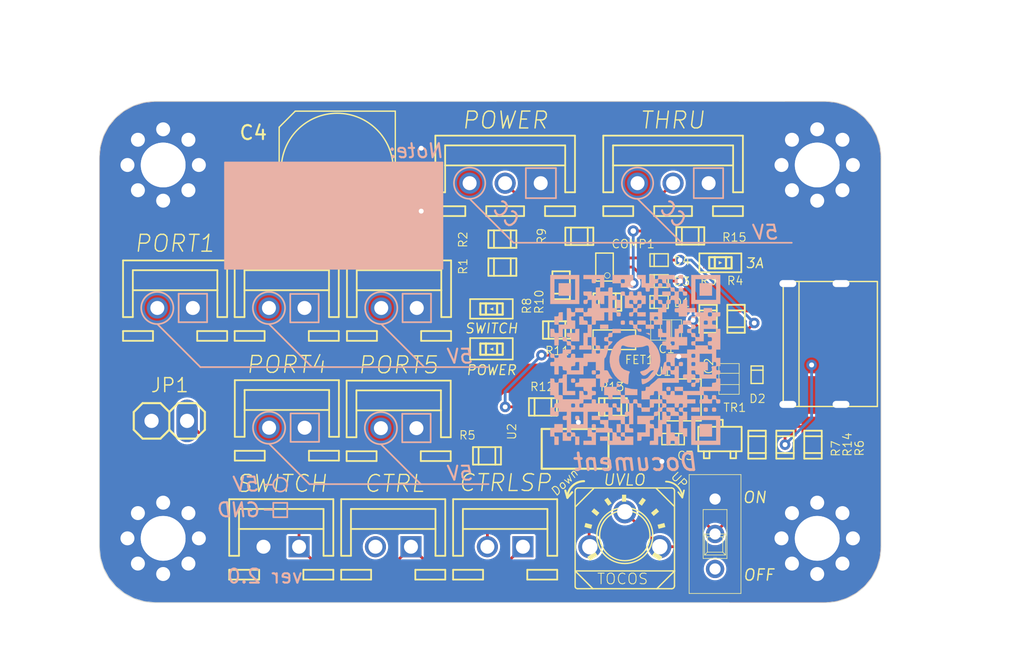
<source format=kicad_pcb>
(kicad_pcb (version 20171130) (host pcbnew "(5.1.10)-1")
  (layers (0 Top signal) (31 Bottom signal) (34 B.Paste user) (35 F.Paste user) (36 B.SilkS user) (37 F.SilkS user) (38 B.Mask user) (39 F.Mask user) (44 Edge.Cuts user))
  (net 0 "")
  (net 1 VCC)
  (net 2 GND)
  (net 3 CC1)
  (net 4 CC2)
  (net 5 SWITCH)
  (net 6 VCC_P)
  (net 7 ILIM)
  (net 8 CC)
  (net 9 "Net-(SW1-PadL)")
  (net 10 "Net-(R2-PadLEFT)")
  (net 11 "Net-(R5-PadLEFT)")
  (net 12 "Net-(R6-PadLEFT)")
  (net 13 "Net-(R7-PadRIGHT)")
  (net 14 "Net-(C3-PadL)")
  (net 15 "Net-(U1-PadEFET)")
  (net 16 "Net-(COMP1-PadIN-)")
  (net 17 "Net-(COMP1-PadOUT)")
  (net 18 "Net-(FET1-PadG)")
  (net 19 "Net-(FET1-PadD)")
  (net 20 "Net-(CTRL1-Pad2)")
  (net 21 "Net-(CTRL_I1-Pad1)")
  (net 22 "Net-(CTRL_I1-Pad2)")
  (net 23 "Net-(POW1-PadA)")
  (module USB_JST-XH_Converter:3,2 (layer Top) (at 171.8711 118.3286)
    (fp_text reference H4 hide)
    (fp_text value "MOUNT-HOLE3.2(NORESIST)" hide)
    (pad P$1 thru_hole circle (at 0 0) (size 7.0104 7.0104) (drill 3.1968) (layers *.Cu *.Mask) (net 2 GND))
    (pad "" np_thru_hole circle (at 0 0) (size 3.2 3.2) (drill 3.2) (layers *.Cu *.Mask))
  )
  (module USB_JST-XH_Converter:SML-E12V8WT86 (layer Top) (at 165.7789 98.6214 90)
    (fp_text reference SW2 hide)
    (fp_text value SML-E12V8WT86 hide)
    (pad K smd rect (at 0 0 90) (size 0.8 0.8) (layers Top F.Paste F.Mask) (net 2 GND))
    (pad A smd rect (at 0 -1.65 90) (size 0.8 0.8) (layers Top F.Paste F.Mask))
  )
  (module USB_JST-XH_Converter:RG2012 (layer Top) (at 161.5 96.7)
    (fp_text reference R10 hide)
    (fp_text value 10 hide)
    (pad LEFT smd rect (at 0 0) (size 1.4 1.65) (layers Top F.Paste F.Mask) (net 17 "Net-(COMP1-PadOUT)"))
    (pad RIGHT smd rect (at 2.6 0) (size 1.4 1.65) (layers Top F.Paste F.Mask))
  )
  (module USB_JST-XH_Converter:GitHub (layer Bottom) (at 158.85 105.59 180)
    (fp_text reference G*** hide)
    (fp_text value LOGO hide)
  )
  (module USB_JST-XH_Converter:3,2 (layer Top) (at 125.1311 91.6286)
    (fp_text reference H1 hide)
    (fp_text value "MOUNT-HOLE3.2(NORESIST)" hide)
    (pad P$1 thru_hole circle (at 0 0) (size 7.0104 7.0104) (drill 3.1968) (layers *.Cu *.Mask) (net 2 GND))
    (pad "" np_thru_hole circle (at 0 0) (size 3.2 3.2) (drill 3.2) (layers *.Cu *.Mask))
  )
  (module USB_JST-XH_Converter:UJC-HP-3-SMT-TR (layer Top) (at 173.5711 104.4286 90)
    (fp_text reference USB1 hide)
    (fp_text value UJC-HP-3-SMT-TR hide)
    (pad A9 smd rect (at 1.52 -3.8 180) (size 1.15 0.8) (layers Top F.Paste F.Mask) (net 6 VCC_P))
    (pad B5 smd rect (at 0.5 -3.8 180) (size 1.15 0.7) (layers Top F.Paste F.Mask) (net 4 CC2))
    (pad A5 smd rect (at -0.5 -3.8 180) (size 1.15 0.7) (layers Top F.Paste F.Mask) (net 3 CC1))
    (pad B9 smd rect (at -1.52 -3.8 180) (size 1.15 0.8) (layers Top F.Paste F.Mask) (net 6 VCC_P))
    (pad A12 smd rect (at 2.75 -3.8 180) (size 1.15 0.9) (layers Top F.Paste F.Mask) (net 2 GND))
    (pad B12 smd rect (at -2.75 -3.8 180) (size 1.15 0.9) (layers Top F.Paste F.Mask) (net 2 GND))
    (pad SHIELD1 thru_hole oval (at -4.32 -3.8 90) (size 1 1.7) (drill oval 0.5 1.2) (layers *.Cu *.Mask) (net 2 GND))
    (pad SHIELD3 thru_hole oval (at -4.32 0 90) (size 1 1.7) (drill oval 0.5 1.2) (layers *.Cu *.Mask) (net 2 GND))
    (pad SHIELD4 thru_hole oval (at 4.32 0 90) (size 1 1.7) (drill oval 0.5 1.2) (layers *.Cu *.Mask) (net 2 GND))
    (pad SHIELD2 thru_hole oval (at 4.32 -3.8 90) (size 1 1.7) (drill oval 0.5 1.2) (layers *.Cu *.Mask) (net 2 GND))
  )
  (module USB_JST-XH_Converter:B2B-XH (layer Top) (at 125.984 101.854)
    (fp_text reference PORT1 (at -2.97 -3.91) (layer F.SilkS) (effects (font (size 1.2065 1.2065) (thickness 0.09652) italic) (justify left bottom)))
    (fp_text value 02-JST hide)
    (pad 1 thru_hole rect (at 1.27 0) (size 1.508 1.508) (drill 1) (layers *.Cu *.Mask) (net 2 GND))
    (pad 2 thru_hole circle (at -1.27 0) (size 1.508 1.508) (drill 1) (layers *.Cu *.Mask) (net 1 VCC))
  )
  (module USB_JST-XH_Converter:B2B-XH (layer Top) (at 133.9611 101.854)
    (fp_text reference PORT2 (at -2.87 -3.91) (layer F.SilkS) (effects (font (size 1.2065 1.2065) (thickness 0.09652) italic) (justify left bottom)))
    (fp_text value 02-JST hide)
    (pad 1 thru_hole rect (at 1.27 0) (size 1.508 1.508) (drill 1) (layers *.Cu *.Mask) (net 2 GND))
    (pad 2 thru_hole circle (at -1.27 0) (size 1.508 1.508) (drill 1) (layers *.Cu *.Mask) (net 1 VCC))
  )
  (module USB_JST-XH_Converter:B2B-XH (layer Top) (at 141.986 101.854)
    (fp_text reference PORT3 (at -3.07 -3.81) (layer F.SilkS) (effects (font (size 1.2065 1.2065) (thickness 0.09652) italic) (justify left bottom)))
    (fp_text value 02-JST hide)
    (pad 1 thru_hole rect (at 1.27 0) (size 1.508 1.508) (drill 1) (layers *.Cu *.Mask) (net 2 GND))
    (pad 2 thru_hole circle (at -1.27 0) (size 1.508 1.508) (drill 1) (layers *.Cu *.Mask) (net 1 VCC))
  )
  (module USB_JST-XH_Converter:B2B-XH (layer Top) (at 133.9711 110.4186)
    (fp_text reference PORT4 (at -2.97 -3.81) (layer F.SilkS) (effects (font (size 1.2065 1.2065) (thickness 0.09652) italic) (justify left bottom)))
    (fp_text value 02-JST hide)
    (pad 1 thru_hole rect (at 1.27 0) (size 1.508 1.508) (drill 1) (layers *.Cu *.Mask) (net 2 GND))
    (pad 2 thru_hole circle (at -1.27 0) (size 1.508 1.508) (drill 1) (layers *.Cu *.Mask) (net 1 VCC))
  )
  (module USB_JST-XH_Converter:B2B-XH (layer Top) (at 141.9611 110.4486)
    (fp_text reference PORT5 (at -2.97 -3.81) (layer F.SilkS) (effects (font (size 1.2065 1.2065) (thickness 0.09652) italic) (justify left bottom)))
    (fp_text value 02-JST hide)
    (pad 1 thru_hole rect (at 1.27 0) (size 1.508 1.508) (drill 1) (layers *.Cu *.Mask) (net 2 GND))
    (pad 2 thru_hole circle (at -1.27 0) (size 1.508 1.508) (drill 1) (layers *.Cu *.Mask) (net 1 VCC))
  )
  (module USB_JST-XH_Converter:SS-12D00G3 (layer Top) (at 164.5711 118.0186 90)
    (fp_text reference SW1 hide)
    (fp_text value SS-12D00G3 hide)
    (pad L thru_hole circle (at -2.5 0 90) (size 1.308 1.308) (drill 0.8) (layers *.Cu *.Mask) (net 9 "Net-(SW1-PadL)"))
    (pad R thru_hole circle (at 2.5 0 90) (size 1.308 1.308) (drill 0.8) (layers *.Cu *.Mask) (net 2 GND))
    (pad C thru_hole circle (at 0 0 90) (size 1.308 1.308) (drill 0.8) (layers *.Cu *.Mask) (net 5 SWITCH))
  )
  (module USB_JST-XH_Converter:SML-E12V8WT86 (layer Top) (at 147.7711 101.9286 270)
    (fp_text reference SW2 hide)
    (fp_text value SML-E12V8WT86 hide)
    (pad A smd rect (at 0 -1.65 270) (size 0.8 0.8) (layers Top F.Paste F.Mask) (net 10 "Net-(R2-PadLEFT)"))
    (pad K smd rect (at 0 0 270) (size 0.8 0.8) (layers Top F.Paste F.Mask) (net 2 GND))
  )
  (module USB_JST-XH_Converter:RG2012 (layer Top) (at 148.0711 96.9286)
    (fp_text reference R2 hide)
    (fp_text value RG2012N-101-B-T5 hide)
    (pad RIGHT smd rect (at 2.6 0) (size 1.4 1.65) (layers Top F.Paste F.Mask) (net 1 VCC))
    (pad LEFT smd rect (at 0 0) (size 1.4 1.65) (layers Top F.Paste F.Mask) (net 10 "Net-(R2-PadLEFT)"))
  )
  (module USB_JST-XH_Converter:3,2 (layer Top) (at 125.1311 118.3286)
    (fp_text reference H2 hide)
    (fp_text value "MOUNT-HOLE3.2(NORESIST)" hide)
    (pad P$1 thru_hole circle (at 0 0) (size 7.0104 7.0104) (drill 3.1968) (layers *.Cu *.Mask) (net 2 GND))
    (pad "" np_thru_hole circle (at 0 0) (size 3.2 3.2) (drill 3.2) (layers *.Cu *.Mask))
  )
  (module USB_JST-XH_Converter:3,2 (layer Top) (at 171.8711 91.6286)
    (fp_text reference H3 hide)
    (fp_text value "MOUNT-HOLE3.2(NORESIST)" hide)
    (pad P$1 thru_hole circle (at 0 0) (size 7.0104 7.0104) (drill 3.1968) (layers *.Cu *.Mask) (net 2 GND))
    (pad "" np_thru_hole circle (at 0 0) (size 3.2 3.2) (drill 3.2) (layers *.Cu *.Mask))
  )
  (module USB_JST-XH_Converter:RG2012 (layer Top) (at 164.0711 103.9286 90)
    (fp_text reference R3 hide)
    (fp_text value 5.1k hide)
    (pad RIGHT smd rect (at 2.6 0 90) (size 1.4 1.65) (layers Top F.Paste F.Mask) (net 2 GND))
    (pad LEFT smd rect (at 0 0 90) (size 1.4 1.65) (layers Top F.Paste F.Mask) (net 3 CC1))
  )
  (module USB_JST-XH_Converter:RG2012 (layer Top) (at 166.0711 103.9286 90)
    (fp_text reference R4 hide)
    (fp_text value 5.1k hide)
    (pad RIGHT smd rect (at 2.6 0 90) (size 1.4 1.65) (layers Top F.Paste F.Mask) (net 2 GND))
    (pad LEFT smd rect (at 0 0 90) (size 1.4 1.65) (layers Top F.Paste F.Mask) (net 4 CC2))
  )
  (module USB_JST-XH_Converter:B2B-XH (layer Top) (at 133.5711 118.9286)
    (fp_text reference SWITCH (at -3.27 -3.81) (layer F.SilkS) (effects (font (size 1.2065 1.2065) (thickness 0.09652) italic) (justify left bottom)))
    (fp_text value 02-JST hide)
    (pad 1 thru_hole rect (at 1.27 0) (size 1.508 1.508) (drill 1) (layers *.Cu *.Mask) (net 5 SWITCH))
    (pad 2 thru_hole circle (at -1.27 0) (size 1.508 1.508) (drill 1) (layers *.Cu *.Mask) (net 2 GND))
  )
  (module USB_JST-XH_Converter:B2B-XH (layer Top) (at 141.5711 118.9286)
    (fp_text reference CTRL (at -2.1511 -3.81) (layer F.SilkS) (effects (font (size 1.2065 1.2065) (thickness 0.09652) italic) (justify left bottom)))
    (fp_text value 02-JST hide)
    (pad 1 thru_hole rect (at 1.27 0) (size 1.508 1.508) (drill 1) (layers *.Cu *.Mask) (net 5 SWITCH))
    (pad 2 thru_hole circle (at -1.27 0) (size 1.508 1.508) (drill 1) (layers *.Cu *.Mask) (net 20 "Net-(CTRL1-Pad2)"))
  )
  (module USB_JST-XH_Converter:B2B-XH (layer Top) (at 149.5711 118.9286)
    (fp_text reference CTRLSP (at -3.3941 -3.8666) (layer F.SilkS) (effects (font (size 1.2065 1.2065) (thickness 0.09652) italic) (justify left bottom)))
    (fp_text value 02-JST hide)
    (pad 1 thru_hole rect (at 1.27 0) (size 1.508 1.508) (drill 1) (layers *.Cu *.Mask) (net 21 "Net-(CTRL_I1-Pad1)"))
    (pad 2 thru_hole circle (at -1.27 0) (size 1.508 1.508) (drill 1) (layers *.Cu *.Mask) (net 22 "Net-(CTRL_I1-Pad2)"))
  )
  (module USB_JST-XH_Converter:GRM21BC72A105KE01 (layer Top) (at 161.0711 103.4286)
    (fp_text reference C1 hide)
    (fp_text value GRM21BC72A105KE01 hide)
    (pad P$2 smd rect (at 1 0) (size 0.8 1.4) (layers Top F.Paste F.Mask) (net 2 GND))
    (pad P$1 smd rect (at -1 0) (size 0.8 1.4) (layers Top F.Paste F.Mask) (net 1 VCC))
  )
  (module USB_JST-XH_Converter:GRM21BC72A105KE01 (layer Top) (at 165.5711 106.9286 270)
    (fp_text reference C2 hide)
    (fp_text value GRM21BC72A105KE01 hide)
    (pad P$2 smd rect (at 1 0 270) (size 0.8 1.4) (layers Top F.Paste F.Mask) (net 2 GND))
    (pad P$1 smd rect (at -1 0 270) (size 0.8 1.4) (layers Top F.Paste F.Mask) (net 6 VCC_P))
  )
  (module USB_JST-XH_Converter:RG2012 (layer Top) (at 171.5711 112.9286 90)
    (fp_text reference R6 hide)
    (fp_text value 10k hide)
    (pad RIGHT smd rect (at 2.6 0 90) (size 1.4 1.65) (layers Top F.Paste F.Mask) (net 6 VCC_P))
    (pad LEFT smd rect (at 0 0 90) (size 1.4 1.65) (layers Top F.Paste F.Mask) (net 12 "Net-(R6-PadLEFT)"))
  )
  (module USB_JST-XH_Converter:RG2012 (layer Top) (at 167.5711 112.9286 90)
    (fp_text reference R7 hide)
    (fp_text value 3k hide)
    (pad RIGHT smd rect (at 2.6 0 90) (size 1.4 1.65) (layers Top F.Paste F.Mask) (net 13 "Net-(R7-PadRIGHT)"))
    (pad LEFT smd rect (at 0 0 90) (size 1.4 1.65) (layers Top F.Paste F.Mask) (net 2 GND))
  )
  (module USB_JST-XH_Converter:RG2012 (layer Top) (at 153.5711 98.9286 270)
    (fp_text reference R8 hide)
    (fp_text value 10k hide)
    (pad RIGHT smd rect (at 2.6 0 270) (size 1.4 1.65) (layers Top F.Paste F.Mask) (net 6 VCC_P))
    (pad LEFT smd rect (at 0 0 270) (size 1.4 1.65) (layers Top F.Paste F.Mask) (net 16 "Net-(COMP1-PadIN-)"))
  )
  (module USB_JST-XH_Converter:RG2012 (layer Top) (at 153.5711 96.7286)
    (fp_text reference R9 hide)
    (fp_text value 2.7k hide)
    (pad RIGHT smd rect (at 2.6 0) (size 1.4 1.65) (layers Top F.Paste F.Mask) (net 2 GND))
    (pad LEFT smd rect (at 0 0) (size 1.4 1.65) (layers Top F.Paste F.Mask) (net 16 "Net-(COMP1-PadIN-)"))
  )
  (module USB_JST-XH_Converter:RG2012 (layer Top) (at 155.5711 101.4286)
    (fp_text reference R10 hide)
    (fp_text value 10 hide)
    (pad RIGHT smd rect (at 2.6 0) (size 1.4 1.65) (layers Top F.Paste F.Mask) (net 17 "Net-(COMP1-PadOUT)"))
    (pad LEFT smd rect (at 0 0) (size 1.4 1.65) (layers Top F.Paste F.Mask) (net 18 "Net-(FET1-PadG)"))
  )
  (module USB_JST-XH_Converter:RG2012 (layer Top) (at 154.5711 103.4286 180)
    (fp_text reference R11 hide)
    (fp_text value 10k hide)
    (pad RIGHT smd rect (at 2.6 0 180) (size 1.4 1.65) (layers Top F.Paste F.Mask) (net 2 GND))
    (pad LEFT smd rect (at 0 0 180) (size 1.4 1.65) (layers Top F.Paste F.Mask) (net 18 "Net-(FET1-PadG)"))
  )
  (module USB_JST-XH_Converter:RG2012 (layer Top) (at 153.5711 108.9286 180)
    (fp_text reference R12 hide)
    (fp_text value 69.8k hide)
    (pad RIGHT smd rect (at 2.6 0 180) (size 1.4 1.65) (layers Top F.Paste F.Mask) (net 19 "Net-(FET1-PadD)"))
    (pad LEFT smd rect (at 0 0 180) (size 1.4 1.65) (layers Top F.Paste F.Mask) (net 7 ILIM))
  )
  (module USB_JST-XH_Converter:RG2012 (layer Top) (at 158.5711 108.9286 180)
    (fp_text reference R13 hide)
    (fp_text value 75k hide)
    (pad RIGHT smd rect (at 2.6 0 180) (size 1.4 1.65) (layers Top F.Paste F.Mask) (net 2 GND))
    (pad LEFT smd rect (at 0 0 180) (size 1.4 1.65) (layers Top F.Paste F.Mask) (net 7 ILIM))
  )
  (module USB_JST-XH_Converter:SO4_TOS (layer Top) (at 154.5711 111.9286)
    (fp_text reference U2 hide)
    (fp_text value TLP293 hide)
    (pad 4 smd rect (at 3.15 -0.635) (size 1.2 0.8) (layers Top F.Paste F.Mask) (net 5 SWITCH))
    (pad 3 smd rect (at 3.15 0.635) (size 1.2 0.8) (layers Top F.Paste F.Mask) (net 2 GND))
    (pad 2 smd rect (at -3.15 0.635) (size 1.2 0.8) (layers Top F.Paste F.Mask) (net 11 "Net-(R5-PadLEFT)"))
    (pad 1 smd rect (at -3.15 -0.635) (size 1.2 0.8) (layers Top F.Paste F.Mask) (net 22 "Net-(CTRL_I1-Pad2)"))
  )
  (module USB_JST-XH_Converter:GF063PB104K (layer Top) (at 154.5711 121.9286)
    (fp_text reference TP1 hide)
    (fp_text value GF063PB302K hide)
    (fp_text user TOCOS (at 1.524 -0.254) (layer F.SilkS) (effects (font (size 0.76 0.76) (thickness 0.064)) (justify left bottom)))
    (pad LEFT thru_hole circle (at 1.05 -3) (size 1.65 1.65) (drill 1.1) (layers *.Cu *.Mask) (net 13 "Net-(R7-PadRIGHT)"))
    (pad CENTER thru_hole circle (at 3.55 -5.5) (size 1.65 1.65) (drill 1.1) (layers *.Cu *.Mask) (net 12 "Net-(R6-PadLEFT)"))
    (pad RIGHT thru_hole circle (at 6.05 -3) (size 1.65 1.65) (drill 1.1) (layers *.Cu *.Mask) (net 12 "Net-(R6-PadLEFT)"))
  )
  (module USB_JST-XH_Converter:RG2012 (layer Top) (at 149.5711 112.4286 180)
    (fp_text reference R5 hide)
    (fp_text value 1k hide)
    (pad RIGHT smd rect (at 2.6 0 180) (size 1.4 1.65) (layers Top F.Paste F.Mask) (net 21 "Net-(CTRL_I1-Pad1)"))
    (pad LEFT smd rect (at 0 0 180) (size 1.4 1.65) (layers Top F.Paste F.Mask) (net 11 "Net-(R5-PadLEFT)"))
  )
  (module USB_JST-XH_Converter:RG2012 (layer Top) (at 169.5711 112.9286 90)
    (fp_text reference R14 hide)
    (fp_text value 10k hide)
    (pad RIGHT smd rect (at 2.6 0 90) (size 1.4 1.65) (layers Top F.Paste F.Mask) (net 6 VCC_P))
    (pad LEFT smd rect (at 0 0 90) (size 1.4 1.65) (layers Top F.Paste F.Mask) (net 5 SWITCH))
  )
  (module USB_JST-XH_Converter:1X02 (layer Top) (at 125.5711 109.9286 180)
    (fp_text reference JP1 hide)
    (fp_text value PINHD-1X2)
    (pad 2 thru_hole oval (at 1.27 0 270) (size 3.048 1.524) (drill 1.016) (layers *.Cu *.Mask) (net 2 GND))
    (pad 1 thru_hole oval (at -1.27 0 270) (size 3.048 1.524) (drill 1.016) (layers *.Cu *.Mask) (net 5 SWITCH))
  )
  (module USB_JST-XH_Converter:2SC3325 (layer Top) (at 165.8711 112.4286 90)
    (fp_text reference TR1 hide)
    (fp_text value 2SC3325 hide)
    (pad C smd rect (at 2.4 -0.95 90) (size 1 0.8) (layers Top F.Paste F.Mask) (net 13 "Net-(R7-PadRIGHT)"))
    (pad B smd rect (at 0 -1.9 90) (size 1 0.8) (layers Top F.Paste F.Mask) (net 5 SWITCH))
    (pad E smd rect (at 0 0 90) (size 1 0.8) (layers Top F.Paste F.Mask) (net 2 GND))
  )
  (module USB_JST-XH_Converter:SOD-523 (layer Top) (at 167.5711 106.6286 270)
    (fp_text reference D2 hide)
    (fp_text value PJSD12TS hide)
    (pad A smd rect (at 0.735 0 270) (size 0.53 0.5) (layers Top F.Paste F.Mask) (net 2 GND))
    (pad C smd rect (at -0.735 0 270) (size 0.53 0.5) (layers Top F.Paste F.Mask) (net 6 VCC_P))
  )
  (module USB_JST-XH_Converter:SOD-523 (layer Top) (at 160.5711 101.4286)
    (fp_text reference D1 hide)
    (fp_text value RB751S40 hide)
    (pad A smd rect (at 0.66 0) (size 0.48 0.4) (layers Top F.Paste F.Mask) (net 2 GND))
    (pad C smd rect (at -0.66 0) (size 0.48 0.4) (layers Top F.Paste F.Mask) (net 1 VCC))
  )
  (module USB_JST-XH_Converter:SOD-523 (layer Top) (at 160.5711 99.9286)
    (fp_text reference D3 hide)
    (fp_text value RB751S40 hide)
    (pad A smd rect (at 0.66 0) (size 0.48 0.4) (layers Top F.Paste F.Mask) (net 3 CC1))
    (pad C smd rect (at -0.66 0) (size 0.48 0.4) (layers Top F.Paste F.Mask) (net 8 CC))
  )
  (module USB_JST-XH_Converter:SOD-523 (layer Top) (at 160.5711 98.4286)
    (fp_text reference D4 hide)
    (fp_text value RB751S40 hide)
    (pad A smd rect (at 0.66 0) (size 0.48 0.4) (layers Top F.Paste F.Mask) (net 4 CC2))
    (pad C smd rect (at -0.66 0) (size 0.48 0.4) (layers Top F.Paste F.Mask) (net 8 CC))
  )
  (module USB_JST-XH_Converter:SC-70-5 (layer Top) (at 155.5711 98.9286 270)
    (fp_text reference COMP1 hide)
    (fp_text value MCP6541T-I_LT hide)
    (pad OUT smd rect (at 0.65 -2.2 270) (size 0.45 0.95) (layers Top F.Paste F.Mask) (net 17 "Net-(COMP1-PadOUT)"))
    (pad VSS smd rect (at 0 -2.2 270) (size 0.45 0.95) (layers Top F.Paste F.Mask) (net 2 GND))
    (pad IN+ smd rect (at -0.65 -2.2 270) (size 0.45 0.95) (layers Top F.Paste F.Mask) (net 8 CC))
    (pad VDD smd rect (at 0.65 0 270) (size 0.45 0.95) (layers Top F.Paste F.Mask) (net 6 VCC_P))
    (pad IN- smd rect (at -0.65 0 270) (size 0.45 0.95) (layers Top F.Paste F.Mask) (net 16 "Net-(COMP1-PadIN-)"))
  )
  (module USB_JST-XH_Converter:SML-E12V8WT86 (layer Top) (at 147.7711 104.8 270)
    (fp_text reference POW1)
    (fp_text value SML-E12V8WT86 hide)
    (pad A smd rect (at 0 -1.65 270) (size 0.8 0.8) (layers Top F.Paste F.Mask) (net 23 "Net-(POW1-PadA)"))
    (pad K smd rect (at 0 0 270) (size 0.8 0.8) (layers Top F.Paste F.Mask) (net 2 GND))
  )
  (module USB_JST-XH_Converter:RG2012 (layer Top) (at 148.0711 98.9286)
    (fp_text reference R1 hide)
    (fp_text value RG2012N-101-B-T5 hide)
    (pad RIGHT smd rect (at 2.6 0) (size 1.4 1.65) (layers Top F.Paste F.Mask) (net 6 VCC_P))
    (pad LEFT smd rect (at 0 0) (size 1.4 1.65) (layers Top F.Paste F.Mask) (net 23 "Net-(POW1-PadA)"))
  )
  (module USB_JST-XH_Converter:B3B-XH (layer Top) (at 149.5711 92.9286)
    (fp_text reference POWER (at -3.1511 -3.7986) (layer F.SilkS) (effects (font (size 1.2065 1.2065) (thickness 0.1) italic) (justify left bottom)))
    (fp_text value 03-JST)
    (pad 1 thru_hole rect (at 2.54 0) (size 1.508 1.508) (drill 1) (layers *.Cu *.Mask) (net 2 GND))
    (pad 2 thru_hole circle (at 0 0) (size 1.508 1.508) (drill 1) (layers *.Cu *.Mask) (net 8 CC))
    (pad 3 thru_hole circle (at -2.54 0) (size 1.508 1.508) (drill 1) (layers *.Cu *.Mask) (net 6 VCC_P))
  )
  (module USB_JST-XH_Converter:B3B-XH (layer Top) (at 161.5711 92.9286)
    (fp_text reference THRU (at -2.4411 -3.7986) (layer F.SilkS) (effects (font (size 1.2065 1.2065) (thickness 0.09652) italic) (justify left bottom)))
    (fp_text value 03-JST)
    (pad 1 thru_hole rect (at 2.54 0) (size 1.508 1.508) (drill 1) (layers *.Cu *.Mask) (net 2 GND))
    (pad 2 thru_hole circle (at 0 0) (size 1.508 1.508) (drill 1) (layers *.Cu *.Mask) (net 8 CC))
    (pad 3 thru_hole circle (at -2.54 0) (size 1.508 1.508) (drill 1) (layers *.Cu *.Mask) (net 6 VCC_P))
  )
  (module USB_JST-XH_Converter:SOT-23 (layer Top) (at 157.3711 103.1286 180)
    (fp_text reference FET1 hide)
    (fp_text value BSS138 hide)
    (pad S smd rect (at 0.95 0 180) (size 0.8 1) (layers Top F.Paste F.Mask) (net 2 GND))
    (pad G smd rect (at -0.95 0 180) (size 0.8 1) (layers Top F.Paste F.Mask) (net 18 "Net-(FET1-PadG)"))
    (pad D smd rect (at 0 -2 180) (size 0.8 1) (layers Top F.Paste F.Mask) (net 19 "Net-(FET1-PadD)"))
  )
  (module USB_JST-XH_Converter:GRM18 (layer Top) (at 161.5711 111.2286 180)
    (fp_text reference C3 hide)
    (fp_text value GRM1885C1H242JA01D hide)
    (pad R smd rect (at 0.8 0 180) (size 0.8 1) (layers Top F.Paste F.Mask) (net 2 GND))
    (pad L smd rect (at -0.8 0 180) (size 0.8 1) (layers Top F.Paste F.Mask) (net 14 "Net-(C3-PadL)"))
  )
  (module USB_JST-XH_Converter:UWT1E221MNL1GS (layer Top) (at 137.5711 91.9286)
    (fp_text reference C4 hide)
    (fp_text value UWT1E221MNL1GS hide)
    (pad C smd rect (at 3.25 0) (size 3.5 2.5) (layers Top F.Paste F.Mask) (net 2 GND))
    (pad A smd rect (at -3.25 0) (size 3.5 2.5) (layers Top F.Paste F.Mask) (net 1 VCC))
  )
  (module USB_JST-XH_Converter:WSON10B_TOS-RIC (layer Top) (at 162.0711 108.4286 180)
    (fp_text reference U1 hide)
    (fp_text value TCKE805NAWSON10B_TOS-REC hide)
    (pad ILIM smd rect (at 1.475 -1 180) (size 0.85 0.28) (layers Top F.Paste F.Mask) (net 7 ILIM))
    (pad EFET smd rect (at 1.475 -0.5 180) (size 0.85 0.28) (layers Top F.Paste F.Mask) (net 15 "Net-(U1-PadEFET)"))
    (pad VOUT1 smd rect (at 1.475 0 180) (size 0.85 0.28) (layers Top F.Paste F.Mask) (net 1 VCC))
    (pad VOUT2 smd rect (at 1.475 0.5 180) (size 0.85 0.28) (layers Top F.Paste F.Mask) (net 1 VCC))
    (pad VOUT3 smd rect (at 1.475 1 180) (size 0.85 0.28) (layers Top F.Paste F.Mask) (net 1 VCC))
    (pad VIN3 smd rect (at -1.475 1 180) (size 0.85 0.28) (layers Top F.Paste F.Mask) (net 6 VCC_P))
    (pad VIN2 smd rect (at -1.475 0.5 180) (size 0.85 0.28) (layers Top F.Paste F.Mask) (net 6 VCC_P))
    (pad VIN1 smd rect (at -1.475 0 180) (size 0.85 0.28) (layers Top F.Paste F.Mask) (net 6 VCC_P))
    (pad EN/UVLO smd rect (at -1.475 -0.5 180) (size 0.85 0.28) (layers Top F.Paste F.Mask) (net 13 "Net-(R7-PadRIGHT)"))
    (pad DVDT smd rect (at -1.475 -1 180) (size 0.85 0.28) (layers Top F.Paste F.Mask) (net 14 "Net-(C3-PadL)"))
    (pad GND3 smd rect (at 0.25 -1.55 180) (size 0.28 0.7) (layers Top F.Paste F.Mask) (net 2 GND))
    (pad GND2 smd rect (at -0.25 -1.55 180) (size 0.28 0.7) (layers Top F.Paste F.Mask) (net 2 GND))
    (pad GND5 smd rect (at 0.25 1.55 180) (size 0.28 0.7) (layers Top F.Paste F.Mask) (net 2 GND))
    (pad GND4 smd rect (at -0.25 1.55 180) (size 0.28 0.7) (layers Top F.Paste F.Mask) (net 2 GND))
    (pad GND1 smd rect (at 0 0 180) (size 1.65 2.4) (layers Top F.Paste F.Mask) (net 2 GND))
  )
  (gr_text 3A (at 167.4 98.65) (layer F.SilkS) (effects (font (size 0.7 0.7) (thickness 0.09) italic)))
  (gr_line (start 166.45 99.3) (end 166.45 97.95) (layer F.SilkS) (width 0.12))
  (gr_line (start 163.45 99.3) (end 166.45 99.3) (layer F.SilkS) (width 0.12))
  (gr_line (start 163.45 97.95) (end 163.45 99.3) (layer F.SilkS) (width 0.12))
  (gr_line (start 166.45 97.95) (end 163.45 97.95) (layer F.SilkS) (width 0.12))
  (gr_text R15 (at 165.95 96.8) (layer F.SilkS) (effects (font (size 0.6 0.6) (thickness 0.07))))
  (gr_text "ver 2.0" (at 132.41 121.04) (layer B.SilkS) (effects (font (size 1 1)) (justify mirror)))
  (gr_text 5V (at 131.09956 114.46256) (layer B.SilkS) (effects (font (size 1 1) (thickness 0.15) italic) (justify mirror)))
  (gr_line (start 133 114.49012) (end 132.40056 114.49012) (layer B.SilkS) (width 0.12))
  (gr_circle (center 133.5 114.48796) (end 134 114.48796) (layer B.SilkS) (width 0.12))
  (gr_text GND (at 130.57124 116.29644) (layer B.SilkS) (effects (font (size 1 1) (thickness 0.15) italic) (justify mirror)))
  (gr_line (start 132.97408 116.28844) (end 132.37464 116.28844) (layer B.SilkS) (width 0.12))
  (gr_line (start 134 115.78844) (end 133 115.78844) (layer B.SilkS) (width 0.12))
  (gr_line (start 134 116.81968) (end 134 115.78844) (layer B.SilkS) (width 0.12))
  (gr_line (start 133 116.81968) (end 134 116.81968) (layer B.SilkS) (width 0.12))
  (gr_line (start 133 115.78844) (end 133 116.78844) (layer B.SilkS) (width 0.12))
  (gr_text Document (at 158.93 112.87) (layer B.SilkS) (effects (font (size 1.2 1.2) (thickness 0.2) italic) (justify mirror)))
  (gr_text 5V (at 146.4056 113.6777) (layer B.SilkS) (effects (font (size 1 1) (thickness 0.15) italic) (justify mirror)))
  (gr_line (start 140.6911 111.598634) (end 143.544866 114.4524) (layer B.SilkS) (width 0.12))
  (gr_line (start 135.584866 114.4524) (end 148.3868 114.4524) (layer B.SilkS) (width 0.12))
  (gr_line (start 132.7011 111.568634) (end 135.584866 114.4524) (layer B.SilkS) (width 0.12))
  (gr_text 5V (at 146.4056 105.3084) (layer B.SilkS) (effects (font (size 1 1) (thickness 0.15) italic) (justify mirror)))
  (gr_line (start 140.716 103.004034) (end 143.782366 106.0704) (layer B.SilkS) (width 0.12))
  (gr_line (start 132.6911 103.004034) (end 135.757466 106.0704) (layer B.SilkS) (width 0.12))
  (gr_line (start 127.793067 106.0831) (end 148.336 106.0831) (layer B.SilkS) (width 0.12))
  (gr_line (start 124.714 103.004033) (end 127.793067 106.0831) (layer B.SilkS) (width 0.12))
  (gr_line (start 142.2146 111.4552) (end 144.2466 111.4552) (layer B.SilkS) (width 0.12))
  (gr_line (start 142.2146 109.4232) (end 142.2146 111.4552) (layer B.SilkS) (width 0.12))
  (gr_line (start 144.2466 109.4232) (end 142.2146 109.4232) (layer B.SilkS) (width 0.12))
  (gr_line (start 144.2466 111.4552) (end 144.2466 109.4232) (layer B.SilkS) (width 0.12))
  (gr_line (start 134.239 111.4298) (end 136.271 111.4298) (layer B.SilkS) (width 0.12))
  (gr_line (start 134.239 109.3978) (end 134.239 111.4298) (layer B.SilkS) (width 0.12))
  (gr_line (start 136.271 109.3978) (end 134.239 109.3978) (layer B.SilkS) (width 0.12))
  (gr_line (start 136.271 111.4298) (end 136.271 109.3978) (layer B.SilkS) (width 0.12))
  (gr_line (start 142.24 102.87) (end 144.272 102.87) (layer B.SilkS) (width 0.12))
  (gr_line (start 142.24 100.838) (end 142.24 102.87) (layer B.SilkS) (width 0.12))
  (gr_line (start 144.272 100.838) (end 142.24 100.838) (layer B.SilkS) (width 0.12))
  (gr_line (start 144.272 102.87) (end 144.272 100.838) (layer B.SilkS) (width 0.12))
  (gr_line (start 134.2136 102.8827) (end 136.2456 102.8827) (layer B.SilkS) (width 0.12))
  (gr_line (start 134.2136 100.8507) (end 134.2136 102.8827) (layer B.SilkS) (width 0.12))
  (gr_line (start 136.2456 100.8507) (end 134.2136 100.8507) (layer B.SilkS) (width 0.12))
  (gr_line (start 136.2456 102.8827) (end 136.2456 100.8507) (layer B.SilkS) (width 0.12))
  (gr_line (start 128.27 100.838) (end 126.238 100.838) (layer B.SilkS) (width 0.12))
  (gr_line (start 128.27 102.87) (end 128.27 100.838) (layer B.SilkS) (width 0.12))
  (gr_line (start 126.238 102.87) (end 128.27 102.87) (layer B.SilkS) (width 0.12))
  (gr_line (start 126.238 100.838) (end 126.238 102.87) (layer B.SilkS) (width 0.12))
  (gr_circle (center 140.6911 110.4486) (end 141.841134 110.4486) (layer B.SilkS) (width 0.12))
  (gr_circle (center 132.7011 110.4186) (end 133.851134 110.4186) (layer B.SilkS) (width 0.12))
  (gr_circle (center 140.716 101.854) (end 141.866034 101.854) (layer B.SilkS) (width 0.12))
  (gr_circle (center 132.6911 101.854) (end 133.841134 101.854) (layer B.SilkS) (width 0.12))
  (gr_circle (center 124.714 101.854) (end 125.857 101.981) (layer B.SilkS) (width 0.12))
  (gr_text CC (at 149.6822 95.1992 -45) (layer B.SilkS) (effects (font (size 1 1) (thickness 0.15) italic) (justify mirror)))
  (gr_text CC (at 161.6202 95.1992 -45) (layer B.SilkS) (effects (font (size 1 1) (thickness 0.15) italic) (justify mirror)))
  (gr_text 5V (at 168.2242 96.4438) (layer B.SilkS) (effects (font (size 1 1) (thickness 0.15) italic) (justify mirror)))
  (gr_line (start 159.0311 94.047865) (end 162.17 97.18) (layer B.SilkS) (width 0.12))
  (gr_circle (center 159.0311 92.9286) (end 160.15 92.9) (layer B.SilkS) (width 0.12))
  (gr_line (start 150.17 97.18988) (end 170.053 97.18988) (layer B.SilkS) (width 0.12))
  (gr_line (start 147.0311 94.0476) (end 150.16 97.18) (layer B.SilkS) (width 0.12))
  (gr_circle (center 147.0311 92.9286) (end 148.1501 92.9286) (layer B.SilkS) (width 0.12))
  (gr_line (start 165.15 91.85) (end 163.05 91.85) (layer B.SilkS) (width 0.12))
  (gr_line (start 165.15 94) (end 165.15 91.85) (layer B.SilkS) (width 0.12))
  (gr_line (start 163.05 94) (end 165.15 94) (layer B.SilkS) (width 0.12))
  (gr_line (start 163.05 91.85) (end 163.05 94) (layer B.SilkS) (width 0.12))
  (gr_line (start 153.2 91.85) (end 151.05 91.85) (layer B.SilkS) (width 0.12))
  (gr_line (start 153.2 94) (end 153.2 91.85) (layer B.SilkS) (width 0.12))
  (gr_line (start 151.05 94) (end 153.2 94) (layer B.SilkS) (width 0.12))
  (gr_line (start 151.05 91.85) (end 151.05 94) (layer B.SilkS) (width 0.12))
  (gr_text Note: (at 143.256 90.6145) (layer B.SilkS) (effects (font (size 1 1) (thickness 0.15) italic) (justify mirror)))
  (gr_poly (pts (xy 145.0975 99.06) (xy 129.54 99.06) (xy 129.54 91.44) (xy 145.0975 91.44)) (layer B.SilkS) (width 0.1))
  (gr_text JP1 (at 125.603 107.3785) (layer F.SilkS) (effects (font (size 1 1) (thickness 0.1))))
  (gr_text POWER (at 148.59 106.299) (layer F.SilkS) (effects (font (size 0.7 0.7) (thickness 0.09) italic)))
  (gr_line (start 150.114 104.013) (end 147.066 104.013) (layer F.SilkS) (width 0.12))
  (gr_line (start 150.114 105.537) (end 150.114 104.013) (layer F.SilkS) (width 0.12))
  (gr_line (start 147.066 105.537) (end 150.114 105.537) (layer F.SilkS) (width 0.12))
  (gr_line (start 147.066 104.013) (end 147.066 105.537) (layer F.SilkS) (width 0.12))
  (gr_text SWITCH (at 148.59 103.3145) (layer F.SilkS) (effects (font (size 0.7 0.7) (thickness 0.09) italic)))
  (gr_line (start 150.114 101.219) (end 147.066 101.219) (layer F.SilkS) (width 0.12))
  (gr_line (start 150.114 102.616) (end 150.114 101.219) (layer F.SilkS) (width 0.12))
  (gr_line (start 147.066 102.616) (end 150.114 102.616) (layer F.SilkS) (width 0.12))
  (gr_line (start 147.066 101.219) (end 147.066 102.616) (layer F.SilkS) (width 0.12))
  (gr_text Down (at 153.82 114.32 45) (layer F.SilkS) (effects (font (size 0.6 0.6) (thickness 0.07) italic)))
  (gr_text UP (at 162.02 114.17 -45) (layer F.SilkS) (effects (font (size 0.6 0.6) (thickness 0.07))))
  (gr_line (start 162.229999 115.410001) (end 162.35 114.9) (layer F.SilkS) (width 0.12))
  (gr_line (start 162.229999 115.410001) (end 161.94 115.03) (layer F.SilkS) (width 0.12))
  (gr_arc (start 161.05 115.45) (end 162.229999 115.410001) (angle -87.5770478) (layer F.SilkS) (width 0.12))
  (gr_line (start 154.02 115.43) (end 154.36 115.03) (layer F.SilkS) (width 0.15))
  (gr_line (start 154.02 115.43) (end 153.87 114.91) (layer F.SilkS) (width 0.15))
  (gr_arc (start 155.21 115.43) (end 155.21 114.24) (angle -90) (layer F.SilkS) (width 0.15))
  (gr_text OFF (at 167.7 120.95) (layer F.SilkS) (effects (font (size 0.8 0.8) (thickness 0.1) italic)))
  (gr_text ON (at 167.4 115.4) (layer F.SilkS) (effects (font (size 0.8 0.8) (thickness 0.1) italic)))
  (gr_text UVLO (at 158.08 114.15) (layer F.SilkS) (effects (font (size 0.8 0.8) (thickness 0.09) italic)))
  (gr_text C4 (at 131.57 89.32) (layer F.SilkS) (effects (font (size 1 1))))
  (gr_text TR1 (at 165.98 108.98) (layer F.SilkS) (effects (font (size 0.6 0.6) (thickness 0.07))))
  (gr_text R13 (at 157.22 107.49) (layer F.SilkS) (effects (font (size 0.6 0.6) (thickness 0.07))))
  (gr_text R12 (at 152.23 107.49) (layer F.SilkS) (effects (font (size 0.6 0.6) (thickness 0.07))))
  (gr_text R5 (at 146.87 110.96) (layer F.SilkS) (effects (font (size 0.6 0.6) (thickness 0.07))))
  (gr_text U2 (at 150.05 110.69 90) (layer F.SilkS) (effects (font (size 0.6 0.6) (thickness 0.07))))
  (gr_text C3 (at 162.45 112.42) (layer F.SilkS) (effects (font (size 0.6 0.6) (thickness 0.07))))
  (gr_text D2 (at 167.6 108.34) (layer F.SilkS) (effects (font (size 0.6 0.6) (thickness 0.07))))
  (gr_text C2 (at 164.13 106.01 90) (layer F.SilkS) (effects (font (size 0.6 0.6) (thickness 0.07))))
  (gr_text U1 (at 160.85 106.4) (layer F.SilkS) (effects (font (size 0.6 0.6) (thickness 0.07))))
  (gr_text R4 (at 166.01 99.91) (layer F.SilkS) (effects (font (size 0.6 0.6) (thickness 0.07))))
  (gr_text R3 (at 164.09 99.91) (layer F.SilkS) (effects (font (size 0.6 0.6) (thickness 0.07))))
  (gr_text C1 (at 161.11 104.78) (layer F.SilkS) (effects (font (size 0.6 0.6) (thickness 0.07))))
  (gr_text D4 (at 162.2 98.49) (layer F.SilkS) (effects (font (size 0.6 0.6) (thickness 0.07))))
  (gr_text D3 (at 162.2 99.96) (layer F.SilkS) (effects (font (size 0.6 0.6) (thickness 0.07))))
  (gr_text D1 (at 162.2 101.47) (layer F.SilkS) (effects (font (size 0.6 0.6) (thickness 0.07))))
  (gr_text FET1 (at 159.17 105.56) (layer F.SilkS) (effects (font (size 0.6 0.6) (thickness 0.07))))
  (gr_text R10 (at 152 101.41 90) (layer F.SilkS) (effects (font (size 0.6 0.6) (thickness 0.07))))
  (gr_text R6 (at 174.89 111.88 90) (layer F.SilkS) (effects (font (size 0.6 0.6) (thickness 0.07))))
  (gr_text R14 (at 174.03 111.62 90) (layer F.SilkS) (effects (font (size 0.6 0.6) (thickness 0.07))))
  (gr_text R7 (at 173.2 111.91 90) (layer F.SilkS) (effects (font (size 0.6 0.6) (thickness 0.07))))
  (gr_text COMP1 (at 158.72 97.28) (layer F.SilkS) (effects (font (size 0.6 0.6) (thickness 0.07))))
  (gr_text R11 (at 153.3 104.92) (layer F.SilkS) (effects (font (size 0.6 0.6) (thickness 0.07))))
  (gr_text R8 (at 151.12 101.7 90) (layer F.SilkS) (effects (font (size 0.6 0.6) (thickness 0.07))))
  (gr_text R9 (at 152.18 96.72 90) (layer F.SilkS) (effects (font (size 0.6 0.6) (thickness 0.07))))
  (gr_text R1 (at 146.56 98.88 90) (layer F.SilkS) (effects (font (size 0.6 0.6) (thickness 0.07))))
  (gr_text R2 (at 146.56 96.97 90) (layer F.SilkS) (effects (font (size 0.6 0.6) (thickness 0.07))))
  (gr_line (start 124.5711 87.0786) (end 172.4311 87.0786) (layer Edge.Cuts) (width 0.05))
  (gr_arc (start 172.4311 91.0786) (end 172.4311 87.0786) (angle 90) (layer Edge.Cuts) (width 0.05))
  (gr_line (start 176.4311 91.0786) (end 176.4311 118.9286) (layer Edge.Cuts) (width 0.05))
  (gr_line (start 172.4311 122.9286) (end 124.5711 122.9286) (layer Edge.Cuts) (width 0.05))
  (gr_arc (start 124.5711 118.9286) (end 124.5711 122.9286) (angle 90) (layer Edge.Cuts) (width 0.05))
  (gr_line (start 120.5711 118.9286) (end 120.5711 91.0786) (layer Edge.Cuts) (width 0.05))
  (gr_arc (start 124.5711 91.0786) (end 120.5711 91.0786) (angle 90) (layer Edge.Cuts) (width 0.05))
  (gr_arc (start 172.4311 118.9286) (end 172.4311 122.9286) (angle -90) (layer Edge.Cuts) (width 0.05))
  (segment (start 164.1289 96.7289) (end 164.1 96.7) (width 0.2) (layer Top) (net 0))
  (segment (start 164.1289 98.6214) (end 164.1289 96.7289) (width 0.2) (layer Top) (net 0))
  (segment (start 150.6711 96.9286) (end 149.3711 95.6286) (width 0.2) (layer Top) (net 1))
  (segment (start 140.6911 102.0086) (end 140.6911 102.4286) (width 0.2) (layer Top) (net 1))
  (segment (start 149.3711 95.6286) (end 147.0711 95.6286) (width 0.2) (layer Top) (net 1))
  (segment (start 147.0711 95.6286) (end 140.6911 102.0086) (width 0.2) (layer Top) (net 1))
  (segment (start 159.9111 101.4286) (end 159.9111 103.2686) (width 0.3) (layer Top) (net 1))
  (segment (start 159.9111 103.2686) (end 160.0711 103.4286) (width 0.3) (layer Top) (net 1))
  (segment (start 160.0711 103.4286) (end 160.0711 106.9036) (width 0.3) (layer Top) (net 1))
  (segment (start 160.0711 106.9036) (end 160.5961 107.4286) (width 0.3) (layer Top) (net 1))
  (segment (start 164.5711 115.5186) (end 164.5711 113.7286) (width 0.2) (layer Top) (net 2))
  (segment (start 164.5711 113.7286) (end 165.8711 112.4286) (width 0.2) (layer Top) (net 2))
  (segment (start 165.8711 112.4286) (end 167.0711 112.4286) (width 0.2) (layer Top) (net 2))
  (segment (start 167.0711 112.4286) (end 167.5711 112.9286) (width 0.2) (layer Top) (net 2))
  (segment (start 156.1711 96.7286) (end 156.6711 97.2286) (width 0.2) (layer Top) (net 2))
  (segment (start 156.6711 97.2286) (end 156.6711 98.3286) (width 0.2) (layer Top) (net 2))
  (segment (start 156.6711 98.3286) (end 157.2711 98.9286) (width 0.2) (layer Top) (net 2))
  (segment (start 157.2711 98.9286) (end 157.7711 98.9286) (width 0.2) (layer Top) (net 2))
  (segment (start 151.9711 103.4286) (end 153.0711 104.5286) (width 0.2) (layer Top) (net 2))
  (segment (start 156.4211 103.5286) (end 156.4211 103.1286) (width 0.2) (layer Top) (net 2))
  (segment (start 155.4211 104.5286) (end 156.4211 103.5286) (width 0.2) (layer Top) (net 2))
  (segment (start 153.0711 104.5286) (end 155.4211 104.5286) (width 0.2) (layer Top) (net 2))
  (segment (start 158.72565 103.981) (end 157.31655 103.981) (width 0.2) (layer Top) (net 2))
  (segment (start 156.46415 103.1286) (end 156.4211 103.1286) (width 0.2) (layer Top) (net 2))
  (segment (start 157.31655 103.981) (end 156.46415 103.1286) (width 0.2) (layer Top) (net 2))
  (segment (start 159.2235 101.1762) (end 159.2235 103.48315) (width 0.2) (layer Top) (net 2))
  (segment (start 159.2235 103.48315) (end 158.72565 103.981) (width 0.2) (layer Top) (net 2))
  (segment (start 159.5711 100.8286) (end 159.2235 101.1762) (width 0.2) (layer Top) (net 2))
  (segment (start 155.9711 108.9286) (end 154.8711 110.0286) (width 0.2) (layer Top) (net 2))
  (segment (start 154.8017 110.0286) (end 154.8711 110.0286) (width 0.2) (layer Top) (net 2))
  (via (at 154.8017 110.0286) (size 0.7564) (drill 0.35) (layers Top Bottom) (net 2))
  (segment (start 154.8017 110.0286) (end 153.4017 108.6286) (width 0.2) (layer Bottom) (net 2))
  (segment (start 154.5711 108.6286) (end 153.4017 108.6286) (width 0.2) (layer Bottom) (net 2))
  (segment (start 154.5711 108.6286) (end 154.5711 107.9286) (width 0.2) (layer Bottom) (net 2))
  (via (at 169.3193 91.6286) (size 1.4064) (drill 1) (layers Top Bottom) (net 2))
  (via (at 170.066706 93.432994) (size 1.4064) (drill 1) (layers Top Bottom) (net 2))
  (via (at 171.8711 94.1804) (size 1.4064) (drill 1) (layers Top Bottom) (net 2))
  (via (at 173.675493 93.432994) (size 1.4064) (drill 1) (layers Top Bottom) (net 2))
  (via (at 174.4229 91.6286) (size 1.4064) (drill 1) (layers Top Bottom) (net 2))
  (via (at 173.675493 89.824207) (size 1.4064) (drill 1) (layers Top Bottom) (net 2))
  (via (at 171.8711 89.0768) (size 1.4064) (drill 1) (layers Top Bottom) (net 2))
  (via (at 170.066706 89.824207) (size 1.4064) (drill 1) (layers Top Bottom) (net 2))
  (via (at 122.5793 91.6286) (size 1.4064) (drill 1) (layers Top Bottom) (net 2))
  (via (at 123.326706 93.432994) (size 1.4064) (drill 1) (layers Top Bottom) (net 2))
  (via (at 125.1311 94.1804) (size 1.4064) (drill 1) (layers Top Bottom) (net 2))
  (via (at 126.935493 93.432994) (size 1.4064) (drill 1) (layers Top Bottom) (net 2))
  (via (at 127.6829 91.6286) (size 1.4064) (drill 1) (layers Top Bottom) (net 2))
  (via (at 126.935493 89.824207) (size 1.4064) (drill 1) (layers Top Bottom) (net 2))
  (via (at 125.1311 89.0768) (size 1.4064) (drill 1) (layers Top Bottom) (net 2))
  (via (at 123.326706 89.824207) (size 1.4064) (drill 1) (layers Top Bottom) (net 2))
  (via (at 122.5793 118.3286) (size 1.4064) (drill 1) (layers Top Bottom) (net 2))
  (via (at 123.326706 120.132994) (size 1.4064) (drill 1) (layers Top Bottom) (net 2))
  (via (at 125.1311 120.8804) (size 1.4064) (drill 1) (layers Top Bottom) (net 2))
  (via (at 126.935493 120.132994) (size 1.4064) (drill 1) (layers Top Bottom) (net 2))
  (via (at 127.6829 118.3286) (size 1.4064) (drill 1) (layers Top Bottom) (net 2))
  (via (at 126.935493 116.524207) (size 1.4064) (drill 1) (layers Top Bottom) (net 2))
  (via (at 125.1311 115.7768) (size 1.4064) (drill 1) (layers Top Bottom) (net 2))
  (via (at 123.326706 116.524207) (size 1.4064) (drill 1) (layers Top Bottom) (net 2))
  (via (at 169.3193 118.3286) (size 1.4064) (drill 1) (layers Top Bottom) (net 2))
  (via (at 170.066706 120.132994) (size 1.4064) (drill 1) (layers Top Bottom) (net 2))
  (via (at 171.8711 120.8804) (size 1.4064) (drill 1) (layers Top Bottom) (net 2))
  (via (at 173.675493 120.132994) (size 1.4064) (drill 1) (layers Top Bottom) (net 2))
  (via (at 174.4229 118.3286) (size 1.4064) (drill 1) (layers Top Bottom) (net 2))
  (via (at 173.675493 116.524207) (size 1.4064) (drill 1) (layers Top Bottom) (net 2))
  (via (at 171.8711 115.7768) (size 1.4064) (drill 1) (layers Top Bottom) (net 2))
  (via (at 170.066706 116.524207) (size 1.4064) (drill 1) (layers Top Bottom) (net 2))
  (via (at 161.9711 105.3286) (size 0.7564) (drill 0.35) (layers Top Bottom) (net 2))
  (via (at 160.7711 112.8286) (size 0.7564) (drill 0.35) (layers Top Bottom) (net 2))
  (via (at 143.5711 90.4286) (size 0.7564) (drill 0.35) (layers Top Bottom) (net 2))
  (via (at 143.5711 94.9286) (size 0.7564) (drill 0.35) (layers Top Bottom) (net 2))
  (segment (start 148.55 105.6) (end 147.7711 104.8) (width 0.2) (layer Top) (net 2))
  (segment (start 150.16 105.6) (end 148.55 105.6) (width 0.2) (layer Top) (net 2))
  (segment (start 151.9711 103.8089) (end 150.16 105.6) (width 0.2) (layer Top) (net 2))
  (segment (start 151.9711 103.4286) (end 151.9711 103.8089) (width 0.2) (layer Top) (net 2))
  (segment (start 147.7711 104.8) (end 147.7711 101.9286) (width 0.2) (layer Top) (net 2))
  (segment (start 169.4797 100.4) (end 169.7711 100.1086) (width 0.2) (layer Top) (net 2))
  (segment (start 168.2 100.4) (end 169.4797 100.4) (width 0.2) (layer Top) (net 2))
  (segment (start 169.2297 100.65) (end 169.7711 100.1086) (width 0.2) (layer Top) (net 2))
  (segment (start 167.8 100.65) (end 169.2297 100.65) (width 0.2) (layer Top) (net 2))
  (segment (start 165.7789 98.6214) (end 165.7789 98.6289) (width 0.2) (layer Top) (net 2))
  (segment (start 165.7789 98.6289) (end 167.8 100.65) (width 0.2) (layer Top) (net 2))
  (segment (start 159.418699 100.676199) (end 159.5711 100.8286) (width 0.2) (layer Top) (net 2))
  (segment (start 159.375 100.6325) (end 159.418699 100.676199) (width 0.2) (layer Top) (net 2))
  (segment (start 159.375 99.6) (end 159.375 100.6325) (width 0.2) (layer Top) (net 2))
  (segment (start 158.7036 98.9286) (end 159.375 99.6) (width 0.2) (layer Top) (net 2))
  (segment (start 157.7711 98.9286) (end 158.7036 98.9286) (width 0.2) (layer Top) (net 2))
  (segment (start 160.6311 100.8286) (end 161.2311 101.4286) (width 0.2) (layer Top) (net 2))
  (segment (start 159.5711 100.8286) (end 160.6311 100.8286) (width 0.2) (layer Top) (net 2))
  (via (at 158.725 100.075) (size 0.754) (drill 0.4) (layers Top Bottom) (net 17))
  (via (at 158.725 96.35) (size 0.8) (drill 0.4) (layers Top Bottom) (net 17))
  (segment (start 164.0711 104.1286) (end 164.0711 103.9286) (width 0.2) (layer Top) (net 3))
  (segment (start 161.2311 99.9886) (end 161.2311 99.9286) (width 0.2) (layer Top) (net 3))
  (segment (start 164.0711 103.9286) (end 163.0017 102.8592) (width 0.2) (layer Top) (net 3))
  (segment (start 163.0017 102.8592) (end 163.0017 102.7286) (width 0.2) (layer Top) (net 3))
  (via (at 163.0017 102.7286) (size 0.7564) (drill 0.35) (layers Top Bottom) (net 3))
  (segment (start 163.0017 102.7286) (end 163.0017 100.8592) (width 0.2) (layer Bottom) (net 3))
  (segment (start 163.0017 100.8592) (end 162.0711 99.9286) (width 0.2) (layer Bottom) (net 3))
  (via (at 162.0711 99.9286) (size 0.7564) (drill 0.35) (layers Top Bottom) (net 3))
  (segment (start 162.0711 99.9286) (end 161.2311 99.9286) (width 0.2) (layer Top) (net 3))
  (segment (start 164.0711 103.9286) (end 164.0711 104.2811) (width 0.2) (layer Top) (net 3))
  (segment (start 164.0711 104.2811) (end 164.86 105.07) (width 0.2) (layer Top) (net 3))
  (segment (start 169.6297 105.07) (end 169.7711 104.9286) (width 0.2) (layer Top) (net 3))
  (segment (start 164.86 105.07) (end 169.6297 105.07) (width 0.2) (layer Top) (net 3))
  (segment (start 169.7711 103.9286) (end 166.0711 103.9286) (width 0.2) (layer Top) (net 4))
  (segment (start 166.0711 103.9286) (end 166.3711 103.9286) (width 0.2) (layer Top) (net 4))
  (segment (start 167.3711 102.9286) (end 166.3711 103.9286) (width 0.2) (layer Top) (net 4))
  (via (at 167.3711 102.9286) (size 0.7564) (drill 0.35) (layers Top Bottom) (net 4))
  (segment (start 167.3711 102.9286) (end 162.8711 98.4286) (width 0.2) (layer Bottom) (net 4))
  (segment (start 162.8711 98.4286) (end 162.0711 98.4286) (width 0.2) (layer Bottom) (net 4))
  (via (at 162.0711 98.4286) (size 0.7564) (drill 0.35) (layers Top Bottom) (net 4))
  (segment (start 162.0711 98.4286) (end 161.2311 98.4286) (width 0.2) (layer Top) (net 4))
  (segment (start 164.5711 118.0186) (end 164.6611 117.8386) (width 0.2) (layer Top) (net 5))
  (segment (start 164.6611 117.8386) (end 169.5711 112.9286) (width 0.2) (layer Top) (net 5))
  (segment (start 164.5711 118.0186) (end 163.5711 116.8386) (width 0.2) (layer Top) (net 5))
  (segment (start 163.5711 112.8286) (end 163.9711 112.4286) (width 0.2) (layer Top) (net 5))
  (segment (start 163.5711 116.8386) (end 163.5711 114.9286) (width 0.2) (layer Top) (net 5))
  (segment (start 163.5711 114.9286) (end 163.5711 112.8286) (width 0.2) (layer Top) (net 5))
  (segment (start 134.8411 117.9286) (end 134.8411 118.9286) (width 0.2) (layer Top) (net 5))
  (segment (start 134.8411 117.9286) (end 126.8411 109.9286) (width 0.2) (layer Top) (net 5))
  (segment (start 134.8411 118.9286) (end 136.8411 120.9286) (width 0.2) (layer Top) (net 5))
  (segment (start 136.8411 120.9286) (end 140.8711 120.9286) (width 0.2) (layer Top) (net 5))
  (segment (start 140.8711 120.9286) (end 142.8411 118.9586) (width 0.2) (layer Top) (net 5))
  (segment (start 142.8411 118.9586) (end 142.8411 118.9286) (width 0.2) (layer Top) (net 5))
  (segment (start 142.8411 118.9286) (end 144.7251 120.8126) (width 0.2) (layer Top) (net 5))
  (segment (start 144.7251 120.8126) (end 152.5711 120.8126) (width 0.2) (layer Top) (net 5))
  (segment (start 153.5711 119.8126) (end 152.5711 120.8126) (width 0.2) (layer Top) (net 5))
  (segment (start 153.5711 119.8126) (end 153.5711 113.9286) (width 0.2) (layer Top) (net 5))
  (segment (start 153.5711 113.9286) (end 156.2061 111.2936) (width 0.2) (layer Top) (net 5))
  (segment (start 156.2061 111.2936) (end 157.7211 111.2936) (width 0.2) (layer Top) (net 5))
  (segment (start 152.5711 120.8126) (end 156.0871 120.8126) (width 0.2) (layer Top) (net 5))
  (segment (start 156.0871 120.8126) (end 157.4711 119.4286) (width 0.2) (layer Top) (net 5))
  (segment (start 157.4711 119.4286) (end 157.4711 118.3286) (width 0.2) (layer Top) (net 5))
  (segment (start 156.5711 117.4286) (end 156.5711 116.1286) (width 0.2) (layer Top) (net 5))
  (segment (start 156.5711 116.1286) (end 157.7711 114.9286) (width 0.2) (layer Top) (net 5))
  (segment (start 157.4711 118.3286) (end 156.5711 117.4286) (width 0.2) (layer Top) (net 5))
  (segment (start 157.7711 114.9286) (end 163.5711 114.9286) (width 0.2) (layer Top) (net 5))
  (segment (start 155.5711 99.5786) (end 155.2211 99.5786) (width 0.2) (layer Top) (net 6))
  (segment (start 153.6711 101.1286) (end 153.5711 101.5286) (width 0.2) (layer Top) (net 6))
  (segment (start 150.6711 98.9286) (end 152.8711 101.1286) (width 0.2) (layer Top) (net 6))
  (segment (start 152.8711 101.1286) (end 153.5711 101.5286) (width 0.2) (layer Top) (net 6))
  (segment (start 150.6711 98.9286) (end 152.0711 97.5286) (width 0.2) (layer Top) (net 6))
  (segment (start 150.4711 94.7286) (end 148.7711 94.7286) (width 0.2) (layer Top) (net 6))
  (segment (start 148.7711 94.7286) (end 147.0311 92.9886) (width 0.2) (layer Top) (net 6))
  (segment (start 147.0311 92.9886) (end 147.0311 92.9286) (width 0.2) (layer Top) (net 6))
  (segment (start 152.0711 97.5286) (end 152.0711 96.3286) (width 0.2) (layer Top) (net 6))
  (segment (start 152.0711 96.3286) (end 150.4711 94.7286) (width 0.2) (layer Top) (net 6))
  (segment (start 171.5711 110.3286) (end 169.5711 110.3286) (width 0.2) (layer Top) (net 6))
  (segment (start 169.5711 110.3286) (end 169.5711 111.6286) (width 0.2) (layer Top) (net 6))
  (via (at 169.5711 111.6286) (size 0.7564) (drill 0.35) (layers Top Bottom) (net 6))
  (segment (start 169.5711 111.6286) (end 171.4711 109.7286) (width 0.2) (layer Bottom) (net 6))
  (segment (start 171.4711 109.7286) (end 171.4711 105.9286) (width 0.2) (layer Bottom) (net 6))
  (via (at 171.4711 105.9286) (size 0.7564) (drill 0.35) (layers Top Bottom) (net 6))
  (segment (start 171.4711 105.9286) (end 171.5711 105.8286) (width 0.2) (layer Top) (net 6))
  (segment (start 171.5711 105.8286) (end 171.5711 104.9286) (width 0.2) (layer Top) (net 6))
  (segment (start 155.5711 99.5786) (end 154.9211 100.2286) (width 0.2) (layer Top) (net 6))
  (segment (start 154.9211 100.2286) (end 154.3711 100.2286) (width 0.2) (layer Top) (net 6))
  (segment (start 154.3711 100.2286) (end 153.5711 101.0286) (width 0.2) (layer Top) (net 6))
  (segment (start 153.5711 101.0286) (end 153.5711 101.5286) (width 0.2) (layer Top) (net 6))
  (segment (start 160.5961 109.4286) (end 159.0711 109.4286) (width 0.2) (layer Top) (net 7))
  (segment (start 159.0711 109.4286) (end 158.6211 108.9786) (width 0.2) (layer Top) (net 7))
  (segment (start 158.6211 108.9786) (end 158.5711 108.9286) (width 0.2) (layer Top) (net 7))
  (segment (start 154.3711 110.7286) (end 153.5711 109.9286) (width 0.2) (layer Top) (net 7))
  (segment (start 153.5711 108.9286) (end 153.5711 109.9286) (width 0.2) (layer Top) (net 7))
  (segment (start 156.8711 110.7286) (end 158.6211 108.9786) (width 0.2) (layer Top) (net 7))
  (segment (start 154.3711 110.7286) (end 156.8711 110.7286) (width 0.2) (layer Top) (net 7))
  (segment (start 159.9111 99.9286) (end 159.9111 98.4286) (width 0.2) (layer Top) (net 8))
  (segment (start 157.7711 98.2786) (end 159.7611 98.2786) (width 0.2) (layer Top) (net 8))
  (segment (start 159.7611 98.2786) (end 159.9111 98.4286) (width 0.2) (layer Top) (net 8))
  (segment (start 149.5711 92.9286) (end 151.5711 94.9286) (width 0.2) (layer Top) (net 8))
  (segment (start 151.5711 94.9286) (end 156.5711 94.9286) (width 0.2) (layer Top) (net 8))
  (segment (start 156.5711 94.9286) (end 157.7711 96.1286) (width 0.2) (layer Top) (net 8))
  (segment (start 157.7711 98.2786) (end 157.7711 96.1286) (width 0.2) (layer Top) (net 8))
  (segment (start 157.7711 96.1286) (end 158.8711 95.0286) (width 0.2) (layer Top) (net 8))
  (segment (start 158.8711 95.0286) (end 159.4711 95.0286) (width 0.2) (layer Top) (net 8))
  (segment (start 161.5711 92.9286) (end 159.4711 95.0286) (width 0.2) (layer Top) (net 8))
  (segment (start 148.0711 96.9286) (end 146.7711 98.2286) (width 0.2) (layer Top) (net 10))
  (segment (start 146.7711 98.2286) (end 146.7711 99.9286) (width 0.2) (layer Top) (net 10))
  (segment (start 146.7711 99.9286) (end 147.3711 100.5286) (width 0.2) (layer Top) (net 10))
  (segment (start 147.3711 100.5286) (end 148.1711 100.5286) (width 0.2) (layer Top) (net 10))
  (segment (start 149.4211 101.7786) (end 149.4211 101.9286) (width 0.2) (layer Top) (net 10))
  (segment (start 148.1711 100.5286) (end 149.4211 101.7786) (width 0.2) (layer Top) (net 10))
  (segment (start 151.4211 112.5636) (end 149.7061 112.5636) (width 0.3) (layer Top) (net 11))
  (segment (start 149.7061 112.5636) (end 149.5711 112.4286) (width 0.3) (layer Top) (net 11))
  (segment (start 158.1211 116.4286) (end 160.6211 118.9286) (width 0.2) (layer Top) (net 12))
  (segment (start 160.6211 118.9286) (end 165.5711 118.9286) (width 0.2) (layer Top) (net 12))
  (segment (start 165.5711 118.9286) (end 171.5711 112.9286) (width 0.2) (layer Top) (net 12))
  (segment (start 164.9211 110.0286) (end 164.9211 109.5786) (width 0.2) (layer Top) (net 13))
  (segment (start 164.9211 109.5786) (end 164.2711 108.9286) (width 0.2) (layer Top) (net 13))
  (segment (start 164.2711 108.9286) (end 163.5461 108.9286) (width 0.2) (layer Top) (net 13))
  (segment (start 164.9211 110.0286) (end 167.2711 110.0286) (width 0.2) (layer Top) (net 13))
  (segment (start 167.2711 110.0286) (end 167.5711 110.3286) (width 0.2) (layer Top) (net 13))
  (segment (start 155.6211 118.9286) (end 155.5711 118.8786) (width 0.2) (layer Top) (net 13))
  (segment (start 155.5711 118.8786) (end 155.5711 115.9286) (width 0.2) (layer Top) (net 13))
  (segment (start 155.5711 115.9286) (end 157.5711 113.9286) (width 0.2) (layer Top) (net 13))
  (segment (start 157.5711 113.9286) (end 161.01415 113.9286) (width 0.2) (layer Top) (net 13))
  (segment (start 164.9211 110.0286) (end 164.91415 110.0286) (width 0.2) (layer Top) (net 13))
  (segment (start 164.91415 110.0286) (end 161.01415 113.9286) (width 0.2) (layer Top) (net 13))
  (segment (start 163.5461 109.4286) (end 163.5461 110.0536) (width 0.2) (layer Top) (net 14))
  (segment (start 163.5461 110.0536) (end 162.3711 111.2286) (width 0.2) (layer Top) (net 14))
  (segment (start 153.5711 98.9286) (end 153.5711 96.7286) (width 0.2) (layer Top) (net 16))
  (segment (start 153.5711 98.9286) (end 154.2211 98.2786) (width 0.2) (layer Top) (net 16))
  (segment (start 154.2211 98.2786) (end 155.5711 98.2786) (width 0.2) (layer Top) (net 16))
  (segment (start 157.7711 101.0286) (end 158.1711 101.4286) (width 0.2) (layer Top) (net 17))
  (segment (start 157.7711 99.5786) (end 157.7711 101.0286) (width 0.2) (layer Top) (net 17))
  (segment (start 158.2286 99.5786) (end 158.725 100.075) (width 0.2) (layer Top) (net 17))
  (segment (start 157.7711 99.5786) (end 158.2286 99.5786) (width 0.2) (layer Top) (net 17))
  (segment (start 158.725 100.075) (end 158.725 96.35) (width 0.2) (layer Bottom) (net 17))
  (segment (start 161.15 96.35) (end 161.5 96.7) (width 0.2) (layer Top) (net 17))
  (segment (start 158.725 96.35) (end 161.15 96.35) (width 0.2) (layer Top) (net 17))
  (segment (start 155.5711 101.4286) (end 154.5711 102.4286) (width 0.2) (layer Top) (net 18))
  (segment (start 154.5711 102.4286) (end 154.5711 103.4286) (width 0.2) (layer Top) (net 18))
  (segment (start 158.3211 103.1286) (end 157.6985 102.506) (width 0.2) (layer Top) (net 18))
  (segment (start 157.6985 102.506) (end 157.06655 102.506) (width 0.2) (layer Top) (net 18))
  (segment (start 157.06655 102.506) (end 155.98915 101.4286) (width 0.2) (layer Top) (net 18))
  (segment (start 155.5711 101.4286) (end 155.98915 101.4286) (width 0.2) (layer Top) (net 18))
  (segment (start 150.9711 108.9286) (end 149.5711 108.9286) (width 0.2) (layer Top) (net 19))
  (via (at 149.5711 108.9286) (size 0.7564) (drill 0.35) (layers Top Bottom) (net 19))
  (segment (start 149.5711 108.9286) (end 149.5711 107.8286) (width 0.2) (layer Bottom) (net 19))
  (segment (start 152.1711 105.2286) (end 149.5711 107.8286) (width 0.2) (layer Bottom) (net 19))
  (via (at 152.1711 105.2286) (size 0.7564) (drill 0.35) (layers Top Bottom) (net 19))
  (segment (start 157.2711 105.2286) (end 157.3711 105.1286) (width 0.2) (layer Top) (net 19))
  (segment (start 157.2711 105.2286) (end 152.1711 105.2286) (width 0.2) (layer Top) (net 19))
  (segment (start 150.8411 118.9286) (end 149.5411 120.2286) (width 0.2) (layer Top) (net 21))
  (segment (start 149.5411 120.2286) (end 147.5711 120.2286) (width 0.2) (layer Top) (net 21))
  (segment (start 147.5711 120.2286) (end 146.5711 119.2286) (width 0.2) (layer Top) (net 21))
  (segment (start 146.5711 112.8286) (end 146.9711 112.4286) (width 0.2) (layer Top) (net 21))
  (segment (start 146.5711 119.2286) (end 146.5711 112.8286) (width 0.2) (layer Top) (net 21))
  (segment (start 148.3011 118.9286) (end 148.3011 111.81665) (width 0.2) (layer Top) (net 22))
  (segment (start 148.3011 111.81665) (end 148.86655 111.2512) (width 0.2) (layer Top) (net 22))
  (segment (start 151.4211 111.2936) (end 151.3787 111.2512) (width 0.2) (layer Top) (net 22))
  (segment (start 151.3787 111.2512) (end 148.86655 111.2512) (width 0.2) (layer Top) (net 22))
  (segment (start 150.4711 103.75) (end 149.4211 104.8) (width 0.2) (layer Top) (net 23))
  (segment (start 150.4711 101.3286) (end 150.4711 103.75) (width 0.2) (layer Top) (net 23))
  (segment (start 148.0711 98.9286) (end 150.4711 101.3286) (width 0.2) (layer Top) (net 23))
  (zone (net 1) (net_name VCC) (layer Top) (priority 6) (connect_pads yes (clearance 0.000001)) (min_thickness 0.1) (fill yes (arc_segments 32) (thermal_gap 0.508) (thermal_bridge_width 0.508))
    (polygon (pts (xy 137.7711 91.987179) (xy 137.7711 95.487178) (xy 140.012522 97.7286) (xy 143.212521 97.7286) (xy 145.7711 100.287179) (xy 145.7711 104.387178) (xy 147.212522 105.8286) (xy 159.909761 105.8286) (xy 161.0711 106.884363) (xy 161.0711 108.7286) (xy 160.129679 108.7286) (xy 159.329678 107.9286) (xy 149.512522 107.9286) (xy 145.712521 111.7286) (xy 132.329679 111.7286) (xy 127.429678 106.8286) (xy 122.929679 106.8286) (xy 121.7711 105.670021) (xy 121.7711 99.987179) (xy 124.629679 97.1286) (xy 129.829678 97.1286) (xy 130.9711 95.987178) (xy 130.9711 92.287179) (xy 132.629679 90.6286) (xy 136.412521 90.6286)))
  )
  (zone (net 2) (net_name GND) (layer Bottom) (priority 6) (connect_pads yes (clearance 0.000001)) (min_thickness 0.1) (fill yes (arc_segments 32) (thermal_gap 0.508) (thermal_bridge_width 0.508))
    (polygon (pts (xy 186.6711 127.0286) (xy 113.4711 127.0286) (xy 113.4711 81.887179) (xy 115.529679 79.8286) (xy 186.6711 79.8286)))
  )
  (zone (net 2) (net_name GND) (layer Top) (priority 6) (connect_pads yes (clearance 0.000001)) (min_thickness 0.1) (fill yes (arc_segments 32) (thermal_gap 0.508) (thermal_bridge_width 0.508))
    (polygon (pts (xy 170.7711 99.893522) (xy 170.7711 102.1686) (xy 162.76841 102.1686) (xy 162.4711 102.531037) (xy 162.4711 105.782668) (xy 162.9011 106.292034) (xy 162.9011 110.274163) (xy 162.608498 110.5286) (xy 161.912522 110.5286) (xy 161.7711 110.670022) (xy 161.7711 112.570021) (xy 161.012521 113.3286) (xy 157.129679 113.3286) (xy 156.6711 112.870021) (xy 156.6711 112.187179) (xy 157.029679 111.8286) (xy 158.429678 111.8286) (xy 160.529679 109.7286) (xy 161.07244 109.7286) (xy 161.2311 109.584363) (xy 161.2311 106.773374) (xy 160.6711 106.273374) (xy 160.6711 101.287179) (xy 161.229679 100.7286) (xy 162.029678 100.7286) (xy 162.629679 100.1286) (xy 168.026863 100.1286) (xy 168.526863 99.5786) (xy 170.519162 99.5786)))
  )
  (zone (net 2) (net_name GND) (layer Top) (priority 6) (connect_pads yes (clearance 0.000001)) (min_thickness 0.1) (fill yes (arc_segments 32) (thermal_gap 0.508) (thermal_bridge_width 0.508))
    (polygon (pts (xy 177.5711 120.970021) (xy 174.3711 124.170021) (xy 174.229678 124.0286) (xy 165.5711 124.0286) (xy 165.5711 119.287179) (xy 171.029679 113.8286) (xy 172.429678 113.8286) (xy 172.6711 113.587178) (xy 172.6711 109.770022) (xy 172.329678 109.4286) (xy 165.429679 109.4286) (xy 164.5711 108.570021) (xy 164.5711 107.787179) (xy 165.629679 106.7286) (xy 172.028341 106.7286) (xy 172.7311 105.993153) (xy 172.7311 97.464047) (xy 172.028341 96.7286) (xy 170.128243 96.7286) (xy 168.0711 94.5686) (xy 168.0711 88.689055) (xy 170.565277 86.0286) (xy 177.5711 86.0286)))
  )
  (zone (net 2) (net_name GND) (layer Top) (priority 6) (connect_pads yes (clearance 0.000001)) (min_thickness 0.15) (fill yes (arc_segments 32) (thermal_gap 0.508) (thermal_bridge_width 0.508))
    (polygon (pts (xy 144.5211 90.266468) (xy 144.5211 95.090732) (xy 143.333232 96.2786) (xy 138.808968 96.2786) (xy 138.0211 95.490732) (xy 138.0211 91.988087) (xy 136.506289 90.3786) (xy 132.570815 90.3786) (xy 130.7211 92.191614) (xy 130.7211 95.886591) (xy 129.819273 96.8786) (xy 124.633232 96.8786) (xy 120.733232 100.7786) (xy 119.2211 100.7786) (xy 119.2211 90.366468) (xy 124.108968 85.4786) (xy 139.733232 85.4786)))
  )
  (zone (net 6) (net_name VCC_P) (layer Top) (priority 6) (connect_pads yes (clearance 0.000001)) (min_thickness 0.1) (fill yes (arc_segments 32) (thermal_gap 0.508) (thermal_bridge_width 0.508))
    (polygon (pts (xy 167.8711 88.687179) (xy 167.8711 94.687178) (xy 170.112522 96.9286) (xy 171.912521 96.9286) (xy 172.5711 97.587179) (xy 172.5711 105.870021) (xy 171.912521 106.5286) (xy 165.612522 106.5286) (xy 164.3711 107.770022) (xy 164.3711 108.6286) (xy 163.0711 108.6286) (xy 163.0711 106.987179) (xy 164.629679 105.4286) (xy 170.6711 105.4286) (xy 170.6711 103.670022) (xy 170.429678 103.4286) (xy 168.9711 103.4286) (xy 168.9711 102.3286) (xy 170.9311 102.3286) (xy 170.9311 99.755518) (xy 170.623624 99.3786) (xy 168.530112 99.3786) (xy 165.0711 95.970456) (xy 165.0711 91.970022) (xy 164.929678 91.8286) (xy 161.012522 91.8286) (xy 160.4711 92.370022) (xy 160.4711 93.570021) (xy 159.712521 94.3286) (xy 158.329679 94.3286) (xy 157.4711 93.470021) (xy 157.4711 92.170022) (xy 157.029678 91.7286) (xy 149.112522 91.7286) (xy 148.4711 92.370022) (xy 148.4711 93.770021) (xy 147.912521 94.3286) (xy 146.029679 94.3286) (xy 145.3711 93.670021) (xy 145.3711 90.687179) (xy 150.229679 85.8286) (xy 165.012521 85.8286)))
  )
)
</source>
